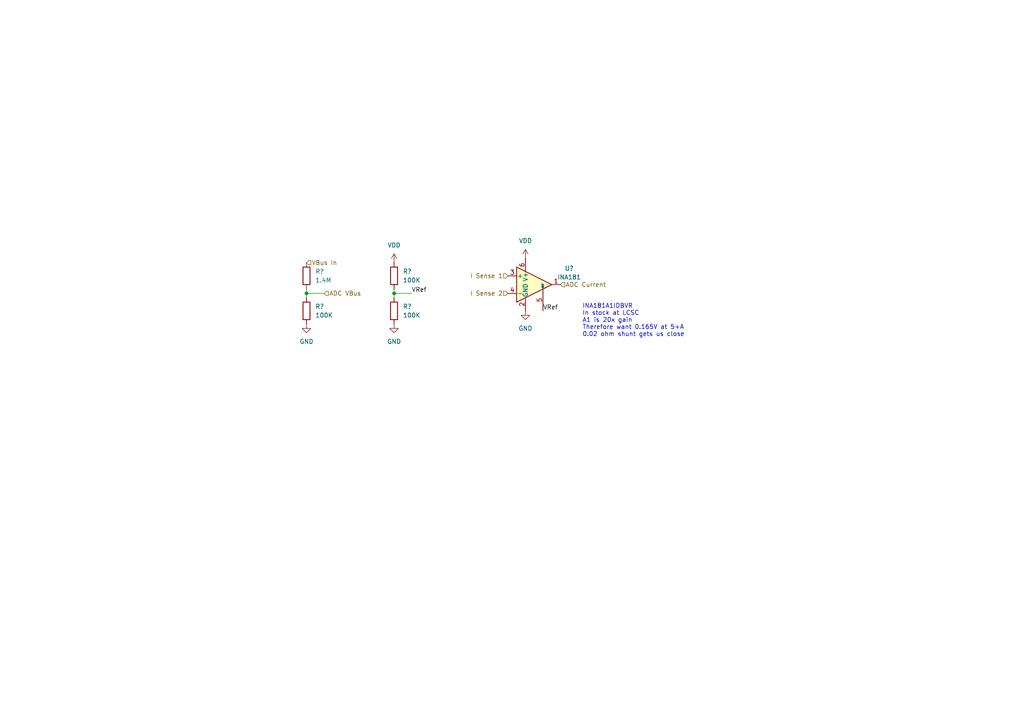
<source format=kicad_sch>
(kicad_sch (version 20211123) (generator eeschema)
  (paper "A4")
  (lib_symbols
    (symbol "Amplifier_Current:INA181" (pin_names (offset 0.127))
      (property "Reference" "U" (at 3.81 3.81 0))
      (property "Value" "INA181" (at 3.81 -2.54 0))
      (symbol "INA181_0_1"
        (polyline (pts (xy 5.08 0) (xy -5.08 5.08) (xy -5.08 -5.08) (xy 5.08 0)) (stroke (width 0.254)) (fill (type background)))
      )
      (symbol "INA181_1_1"
        (pin output line (at 7.62 0 180) (length 2.54) (name "~") (number "1"))
        (pin power_in line (at -2.54 -7.62 90) (length 3.81) (name "GND") (number "2"))
        (pin input line (at -7.62 2.54 0) (length 2.54) (name "+") (number "3"))
        (pin input line (at -7.62 -2.54 0) (length 2.54) (name "-") (number "4"))
        (pin input line (at 2.54 -7.62 90) (length 6.35) (name "REF") (number "5"))
        (pin power_in line (at -2.54 7.62 270) (length 3.81) (name "V+") (number "6"))
      )
    )
    (symbol "Device:R" (pin_numbers hide) (pin_names (offset 0))
      (property "Reference" "R" (at 2.032 0 90))
      (property "Value" "R" (at 0 0 90))
      (symbol "R_0_1"
        (rectangle (start -1.016 -2.54) (end 1.016 2.54) (stroke (width 0.254)))
      )
      (symbol "R_1_1"
        (pin passive line (at 0 3.81 270) (length 1.27) (name "~") (number "1"))
        (pin passive line (at 0 -3.81 90) (length 1.27) (name "~") (number "2"))
      )
    )
    (symbol "power:GND" (power) (pin_names (offset 0))
      (property "Value" "GND" (at 0 -3.81 0))
      (symbol "GND_0_1"
        (polyline (pts (xy 0 0) (xy 0 -1.27) (xy 1.27 -1.27) (xy 0 -2.54) (xy -1.27 -1.27) (xy 0 -1.27)))
      )
      (symbol "GND_1_1"
        (pin power_in line (at 0 0 270) (length 0) hide (name "GND") (number "1"))
      )
    )
    (symbol "power:VDD" (power) (pin_names (offset 0))
      (property "Value" "VDD" (at 0 3.81 0))
      (symbol "VDD_0_1"
        (polyline (pts (xy -0.762 1.27) (xy 0 2.54)))
        (polyline (pts (xy 0 0) (xy 0 2.54)))
        (polyline (pts (xy 0 2.54) (xy 0.762 1.27)))
      )
      (symbol "VDD_1_1"
        (pin power_in line (at 0 0 90) (length 0) hide (name "VDD") (number "1"))
      )
    )
  )
  (junction (at 114.3 85.09))
  (junction (at 88.9 85.09))
  (wire (pts (xy 93.98 85.09) (xy 88.9 85.09)))
  (wire (pts (xy 114.3 85.09) (xy 114.3 83.82)))
  (wire (pts (xy 88.9 85.09) (xy 88.9 83.82)))
  (wire (pts (xy 88.9 85.09) (xy 88.9 86.36)))
  (wire (pts (xy 114.3 85.09) (xy 114.3 86.36)))
  (wire (pts (xy 119.38 85.09) (xy 114.3 85.09)))
  (text "INA181A1IDBVR\nIn stock at LCSC\nA1 is 20x gain\nTherefore want 0.165V at 5+A\n0.02 ohm shunt gets us close" (at 168.91 97.79 0) (effects (font (size 1.27 1.27)) (justify left bottom)))
  (label "VRef" (at 157.48 90.17 0))
  (label "VRef" (at 119.38 85.09 0))
  (hierarchical_label "VBus In" (shape input) (at 88.9 76.2 0))
  (hierarchical_label "I Sense 2" (shape input) (at 147.32 85.09 180))
  (hierarchical_label "ADC VBus" (shape input) (at 93.98 85.09 0))
  (hierarchical_label "I Sense 1" (shape input) (at 147.32 80.01 180))
  (hierarchical_label "ADC Current" (shape input) (at 162.56 82.55 0))
  (symbol (lib_id "power:GND") (at 114.3 93.98 0) (unit 1)
    (property "Reference" "#PWR?" (effects hide))
    (property "Value" "GND" (at 114.3 99.06 0))
  )
  (symbol (lib_id "power:VDD") (at 114.3 76.2 0) (unit 1)
    (property "Reference" "#PWR?" (effects hide))
    (property "Value" "VDD" (at 114.3 71.12 0))
  )
  (symbol (lib_id "Device:R") (at 88.9 90.17 0) (unit 1)
    (property "Reference" "R?" (at 91.44 88.8999 0) (effects (justify left)))
    (property "Value" "100K" (at 91.44 91.4399 0) (effects (justify left)))
  )
  (symbol (lib_id "Device:R") (at 114.3 90.17 0) (unit 1)
    (property "Reference" "R?" (at 116.84 88.8999 0) (effects (justify left)))
    (property "Value" "100K" (at 116.84 91.4399 0) (effects (justify left)))
  )
  (symbol (lib_id "power:GND") (at 152.4 90.17 0) (unit 1)
    (property "Reference" "#PWR?" (effects hide))
    (property "Value" "GND" (at 152.4 95.25 0))
  )
  (symbol (lib_id "power:GND") (at 88.9 93.98 0) (unit 1)
    (property "Reference" "#PWR?" (effects hide))
    (property "Value" "GND" (at 88.9 99.06 0))
  )
  (symbol (lib_id "power:VDD") (at 152.4 74.93 0) (unit 1)
    (property "Reference" "#PWR?" (effects hide))
    (property "Value" "VDD" (at 152.4 69.85 0))
  )
  (symbol (lib_id "Device:R") (at 114.3 80.01 0) (unit 1)
    (property "Reference" "R?" (at 116.84 78.7399 0) (effects (justify left)))
    (property "Value" "100K" (at 116.84 81.2799 0) (effects (justify left)))
  )
  (symbol (lib_id "Amplifier_Current:INA181") (at 154.94 82.55 0) (unit 1)
    (property "Reference" "U?" (at 165.1 77.851 0))
    (property "Value" "INA181" (at 165.1 80.391 0))
    (property "Footprint" "Package_TO_SOT_SMD:SOT-23-6" (effects hide))
    (property "Datasheet" "http://www.ti.com/lit/ds/symlink/ina181.pdf" (effects hide))
  )
  (symbol (lib_id "Device:R") (at 88.9 80.01 0) (unit 1)
    (property "Reference" "R?" (at 91.44 78.7399 0) (effects (justify left)))
    (property "Value" "1.4M" (at 91.44 81.2799 0) (effects (justify left)))
  )
)
</source>
